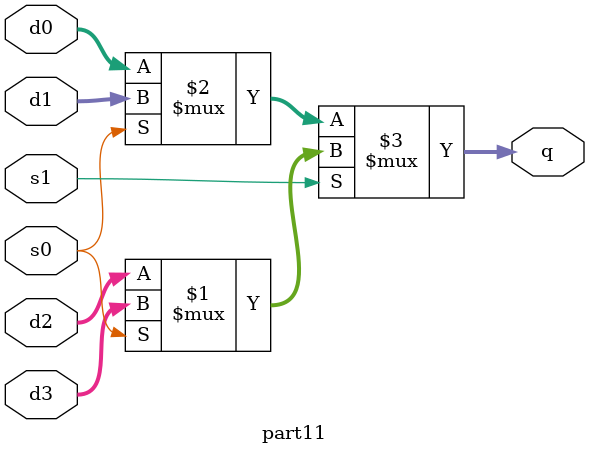
<source format=v>
module part11(s0, s1, d0, d1, d2, d3, q);

input s0, s1;
input [7:0] d0;
input [7:0] d1;
input [7:0] d2;
input [7:0] d3;
output [7:0] q;

assign q = s1 ? (s0 ? d3 : d2) : (s0 ? d1 : d0);

endmodule
</source>
